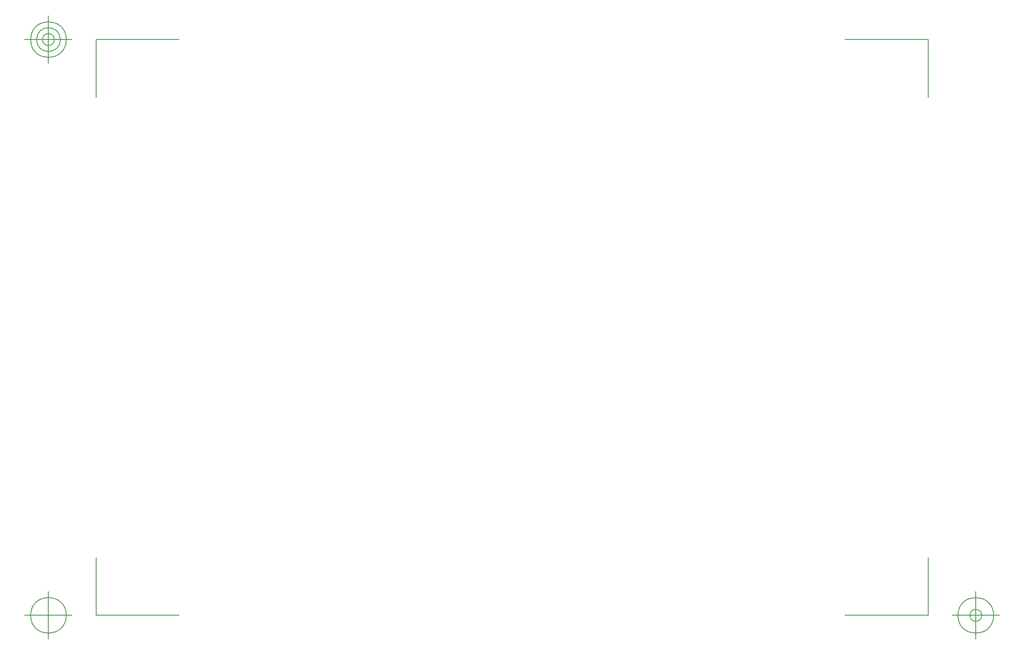
<source format=gbr>
G04 Generated by Ultiboard 14.0 *
%FSLAX25Y25*%
%MOIN*%

%ADD10C,0.00001*%
%ADD11C,0.00500*%


G04 ColorRGB 009966 for the following layer *
%LNPaste Mask Bottom*%
%LPD*%
G54D10*
G54D11*
X-1000Y-1000D02*
X-1000Y46700D01*
X-1000Y-1000D02*
X67950Y-1000D01*
X688500Y-1000D02*
X619550Y-1000D01*
X688500Y-1000D02*
X688500Y46700D01*
X688500Y476000D02*
X688500Y428300D01*
X688500Y476000D02*
X619550Y476000D01*
X-1000Y476000D02*
X67950Y476000D01*
X-1000Y476000D02*
X-1000Y428300D01*
X-20685Y-1000D02*
X-60055Y-1000D01*
X-40370Y-20685D02*
X-40370Y18685D01*
X-55134Y-1000D02*
G75*
D01*
G02X-55134Y-1000I14764J0*
G01*
X708185Y-1000D02*
X747555Y-1000D01*
X727870Y-20685D02*
X727870Y18685D01*
X713106Y-1000D02*
G75*
D01*
G02X713106Y-1000I14764J0*
G01*
X722949Y-1000D02*
G75*
D01*
G02X722949Y-1000I4921J0*
G01*
X-20685Y476000D02*
X-60055Y476000D01*
X-40370Y456315D02*
X-40370Y495685D01*
X-55134Y476000D02*
G75*
D01*
G02X-55134Y476000I14764J0*
G01*
X-50213Y476000D02*
G75*
D01*
G02X-50213Y476000I9843J0*
G01*
X-45291Y476000D02*
G75*
D01*
G02X-45291Y476000I4921J0*
G01*

M02*

</source>
